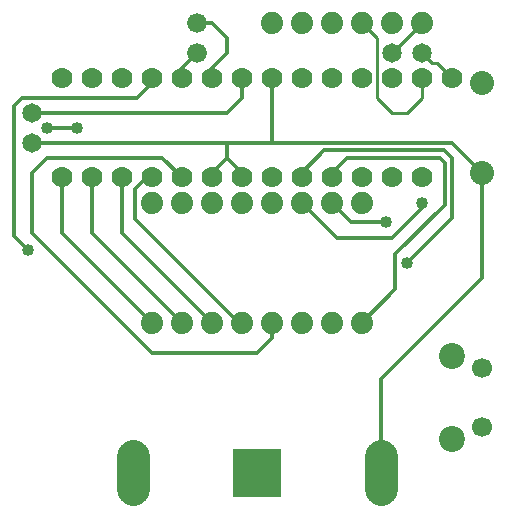
<source format=gbr>
G04 EAGLE Gerber RS-274X export*
G75*
%MOMM*%
%FSLAX34Y34*%
%LPD*%
%INTop Copper*%
%IPPOS*%
%AMOC8*
5,1,8,0,0,1.08239X$1,22.5*%
G01*
%ADD10C,2.032000*%
%ADD11C,1.879600*%
%ADD12C,1.778000*%
%ADD13C,1.651000*%
%ADD14C,1.676400*%
%ADD15C,2.200000*%
%ADD16C,1.700000*%
%ADD17C,2.781300*%
%ADD18R,4.064000X4.064000*%
%ADD19C,0.304800*%
%ADD20C,1.016000*%
%ADD21C,0.254000*%


D10*
X406400Y368300D03*
X406400Y292100D03*
D11*
X127000Y165100D03*
X152400Y165100D03*
X177800Y165100D03*
X203200Y165100D03*
X228600Y165100D03*
X254000Y165100D03*
X304800Y165100D03*
X279400Y165100D03*
X304800Y266700D03*
X177800Y266700D03*
X203200Y266700D03*
X228600Y266700D03*
X279400Y266700D03*
X254000Y266700D03*
X152400Y266700D03*
X127000Y266700D03*
X355600Y419100D03*
X330200Y419100D03*
X304800Y419100D03*
X279400Y419100D03*
X254000Y419100D03*
X228600Y419100D03*
D12*
X381000Y372110D03*
X355600Y372110D03*
X330200Y372110D03*
X304800Y372110D03*
X279400Y372110D03*
X254000Y372110D03*
X228600Y372110D03*
X203200Y372110D03*
X177800Y372110D03*
X152400Y372110D03*
X127000Y372110D03*
X101600Y372110D03*
X76200Y372110D03*
X50800Y372110D03*
X50800Y288290D03*
X76200Y288290D03*
X101600Y288290D03*
X127000Y288290D03*
X152400Y288290D03*
X177800Y288290D03*
X203200Y288290D03*
X228600Y288290D03*
X254000Y288290D03*
X279400Y288290D03*
X304800Y288290D03*
X330200Y288290D03*
X355600Y288290D03*
D13*
X330200Y393700D03*
X355600Y393700D03*
X25400Y317500D03*
X25400Y342900D03*
D14*
X165100Y393700D03*
X165100Y419100D03*
D15*
X381400Y66600D03*
X381400Y136600D03*
D16*
X406400Y76600D03*
X406400Y126600D03*
D17*
X320900Y52007D02*
X320900Y24194D01*
X110900Y24194D02*
X110900Y52007D01*
D18*
X215900Y38100D03*
D19*
X190500Y342900D02*
X203200Y355600D01*
X203200Y372110D01*
X190500Y342900D02*
X25400Y342900D01*
D20*
X215900Y38100D03*
D21*
X381000Y372110D02*
X368300Y384810D01*
X364490Y384810D01*
X355600Y393700D01*
D19*
X406400Y292100D02*
X406400Y203200D01*
X406400Y292100D02*
X381000Y317500D01*
X228600Y317500D02*
X190500Y317500D01*
X228600Y317500D02*
X381000Y317500D01*
X406400Y203200D02*
X320900Y117700D01*
X177800Y288290D02*
X177800Y292100D01*
X190500Y304800D01*
X190500Y317500D01*
X203200Y292100D02*
X203200Y288290D01*
X203200Y292100D02*
X190500Y304800D01*
X228600Y317500D02*
X228600Y372110D01*
X190500Y317500D02*
X25400Y317500D01*
X320900Y117700D02*
X320900Y38100D01*
X295656Y250444D02*
X279400Y266700D01*
X295656Y250444D02*
X325374Y250444D01*
D20*
X325374Y250444D03*
D19*
X127000Y165100D02*
X50800Y241300D01*
X50800Y288290D01*
X76200Y241300D02*
X152400Y165100D01*
X76200Y241300D02*
X76200Y288290D01*
X273050Y311150D02*
X374650Y311150D01*
X381000Y304800D01*
X381000Y254000D01*
X342900Y215900D01*
D20*
X342900Y215900D03*
D21*
X254000Y288290D02*
X254000Y292100D01*
D19*
X273050Y311150D01*
X292100Y304800D02*
X370840Y304800D01*
X375158Y300482D01*
X375158Y265176D01*
X333248Y223266D01*
X333248Y193548D01*
X304800Y165100D01*
D21*
X279400Y288290D02*
X279400Y292100D01*
D19*
X292100Y304800D01*
X113030Y278130D02*
X113030Y252730D01*
X200660Y165100D01*
X203200Y165100D01*
X127000Y288290D02*
X123190Y288290D01*
X113030Y278130D01*
X114300Y355600D02*
X127000Y368300D01*
X114300Y355600D02*
X17272Y355600D01*
X10160Y348488D01*
X10160Y238760D01*
X22352Y226568D01*
D20*
X22352Y226568D03*
D19*
X127000Y368300D02*
X127000Y372110D01*
X101600Y241300D02*
X177800Y165100D01*
X101600Y241300D02*
X101600Y288290D01*
X228600Y165100D02*
X228600Y152400D01*
X215900Y139700D01*
X127000Y139700D01*
X25400Y241300D01*
X25400Y292100D01*
X38100Y304800D01*
X135890Y304800D01*
X152400Y288290D01*
X355600Y266700D02*
X355600Y262636D01*
X329946Y236982D01*
X283718Y236982D01*
X254000Y266700D01*
D20*
X355600Y266700D03*
D19*
X63500Y330200D02*
X38100Y330200D01*
D20*
X38100Y330200D03*
X63500Y330200D03*
D21*
X330200Y393700D02*
X355600Y419100D01*
X355600Y372110D02*
X355600Y355600D01*
X342900Y342900D01*
X330200Y342900D01*
X317500Y355600D01*
X317500Y406400D01*
X304800Y419100D01*
D19*
X152400Y381000D02*
X152400Y372110D01*
X152400Y381000D02*
X165100Y393700D01*
X177800Y381000D02*
X177800Y372110D01*
X177800Y381000D02*
X190500Y393700D01*
X190500Y406400D01*
X177800Y419100D01*
X165100Y419100D01*
M02*

</source>
